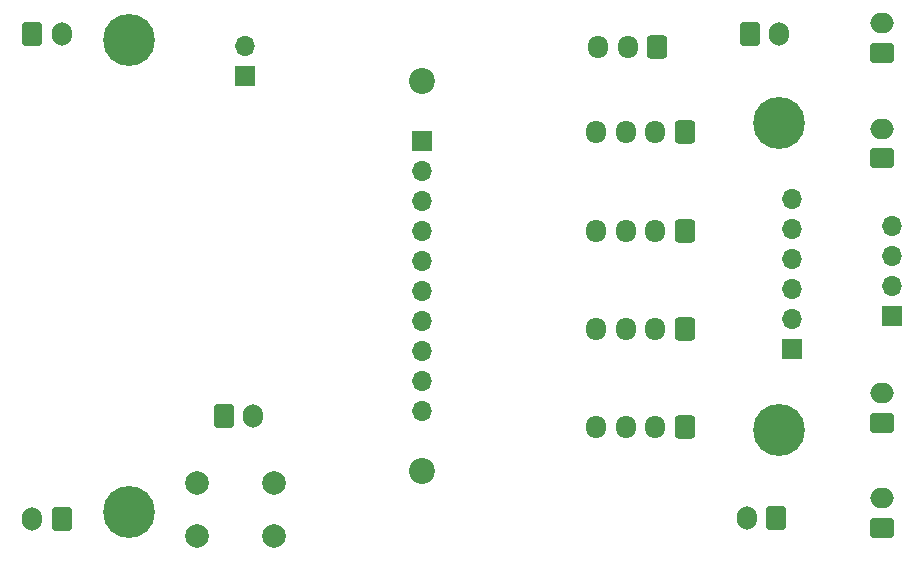
<source format=gbr>
%TF.GenerationSoftware,KiCad,Pcbnew,(6.0.1)*%
%TF.CreationDate,2022-03-01T16:38:42-05:00*%
%TF.ProjectId,Project_380,50726f6a-6563-4745-9f33-38302e6b6963,rev?*%
%TF.SameCoordinates,Original*%
%TF.FileFunction,Soldermask,Bot*%
%TF.FilePolarity,Negative*%
%FSLAX46Y46*%
G04 Gerber Fmt 4.6, Leading zero omitted, Abs format (unit mm)*
G04 Created by KiCad (PCBNEW (6.0.1)) date 2022-03-01 16:38:42*
%MOMM*%
%LPD*%
G01*
G04 APERTURE LIST*
G04 Aperture macros list*
%AMRoundRect*
0 Rectangle with rounded corners*
0 $1 Rounding radius*
0 $2 $3 $4 $5 $6 $7 $8 $9 X,Y pos of 4 corners*
0 Add a 4 corners polygon primitive as box body*
4,1,4,$2,$3,$4,$5,$6,$7,$8,$9,$2,$3,0*
0 Add four circle primitives for the rounded corners*
1,1,$1+$1,$2,$3*
1,1,$1+$1,$4,$5*
1,1,$1+$1,$6,$7*
1,1,$1+$1,$8,$9*
0 Add four rect primitives between the rounded corners*
20,1,$1+$1,$2,$3,$4,$5,0*
20,1,$1+$1,$4,$5,$6,$7,0*
20,1,$1+$1,$6,$7,$8,$9,0*
20,1,$1+$1,$8,$9,$2,$3,0*%
G04 Aperture macros list end*
%ADD10O,1.700000X1.700000*%
%ADD11R,1.700000X1.700000*%
%ADD12C,2.200000*%
%ADD13C,4.400000*%
%ADD14RoundRect,0.250000X0.600000X0.750000X-0.600000X0.750000X-0.600000X-0.750000X0.600000X-0.750000X0*%
%ADD15O,1.700000X2.000000*%
%ADD16RoundRect,0.250000X-0.600000X-0.750000X0.600000X-0.750000X0.600000X0.750000X-0.600000X0.750000X0*%
%ADD17RoundRect,0.250000X0.600000X0.725000X-0.600000X0.725000X-0.600000X-0.725000X0.600000X-0.725000X0*%
%ADD18O,1.700000X1.950000*%
%ADD19RoundRect,0.250000X0.750000X-0.600000X0.750000X0.600000X-0.750000X0.600000X-0.750000X-0.600000X0*%
%ADD20O,2.000000X1.700000*%
%ADD21C,2.000000*%
G04 APERTURE END LIST*
D10*
%TO.C,J13*%
X136800000Y-96435000D03*
X136800000Y-93895000D03*
X136800000Y-91355000D03*
X136800000Y-88815000D03*
X136800000Y-86275000D03*
X136800000Y-83735000D03*
X136800000Y-81195000D03*
X136800000Y-78655000D03*
X136800000Y-76115000D03*
D11*
X136800000Y-73575000D03*
%TD*%
D12*
%TO.C,REF\u002A\u002A*%
X136800000Y-101510000D03*
%TD*%
%TO.C,REF\u002A\u002A*%
X136800000Y-68490000D03*
%TD*%
D13*
%TO.C,REF\u002A\u002A*%
X112000000Y-65000000D03*
%TD*%
%TO.C,REF\u002A\u002A*%
X167000000Y-72000000D03*
%TD*%
%TO.C,REF\u002A\u002A*%
X112000000Y-105000000D03*
%TD*%
%TO.C,REF\u002A\u002A*%
X167000000Y-98000000D03*
%TD*%
D14*
%TO.C,J3*%
X166750000Y-105500000D03*
D15*
X164250000Y-105500000D03*
%TD*%
D16*
%TO.C,J2*%
X103750000Y-64475000D03*
D15*
X106250000Y-64475000D03*
%TD*%
D14*
%TO.C,J4*%
X106250000Y-105525000D03*
D15*
X103750000Y-105525000D03*
%TD*%
D17*
%TO.C,J12*%
X159000000Y-72770000D03*
D18*
X156500000Y-72770000D03*
X154000000Y-72770000D03*
X151500000Y-72770000D03*
%TD*%
D17*
%TO.C,J10*%
X159000000Y-89480000D03*
D18*
X156500000Y-89480000D03*
X154000000Y-89480000D03*
X151500000Y-89480000D03*
%TD*%
D17*
%TO.C,J11*%
X159000000Y-81170000D03*
D18*
X156500000Y-81170000D03*
X154000000Y-81170000D03*
X151500000Y-81170000D03*
%TD*%
D17*
%TO.C,J9*%
X159000000Y-97730000D03*
D18*
X156500000Y-97730000D03*
X154000000Y-97730000D03*
X151500000Y-97730000D03*
%TD*%
D11*
%TO.C,U1*%
X176570000Y-88410000D03*
D10*
X176570000Y-85870000D03*
X176570000Y-83330000D03*
X176570000Y-80790000D03*
%TD*%
D17*
%TO.C,J15*%
X156700000Y-65565000D03*
D18*
X154200000Y-65565000D03*
X151700000Y-65565000D03*
%TD*%
D16*
%TO.C,J1*%
X164500000Y-64475000D03*
D15*
X167000000Y-64475000D03*
%TD*%
D19*
%TO.C,J7*%
X175700000Y-75000000D03*
D20*
X175700000Y-72500000D03*
%TD*%
D19*
%TO.C,J8*%
X175700000Y-66100000D03*
D20*
X175700000Y-63600000D03*
%TD*%
D11*
%TO.C,JP1*%
X121800000Y-68075000D03*
D10*
X121800000Y-65535000D03*
%TD*%
D19*
%TO.C,J5*%
X175700000Y-106300000D03*
D20*
X175700000Y-103800000D03*
%TD*%
D21*
%TO.C,SW1*%
X124220000Y-106980000D03*
X117720000Y-106980000D03*
X124220000Y-102480000D03*
X117720000Y-102480000D03*
%TD*%
D11*
%TO.C,J14*%
X168110000Y-91130000D03*
D10*
X168110000Y-88590000D03*
X168110000Y-86050000D03*
X168110000Y-83510000D03*
X168110000Y-80970000D03*
X168110000Y-78430000D03*
%TD*%
D16*
%TO.C,J16*%
X119990000Y-96815000D03*
D15*
X122490000Y-96815000D03*
%TD*%
D19*
%TO.C,J6*%
X175700000Y-97400000D03*
D20*
X175700000Y-94900000D03*
%TD*%
M02*

</source>
